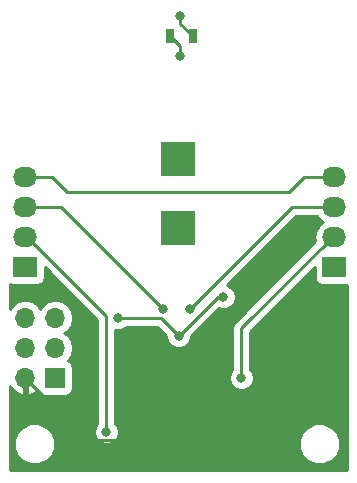
<source format=gbl>
G04 #@! TF.GenerationSoftware,KiCad,Pcbnew,(5.0.0-rc2-dev-603-g5a05135)*
G04 #@! TF.CreationDate,2018-05-01T11:36:08+02:00*
G04 #@! TF.ProjectId,chain-item,636861696E2D6974656D2E6B69636164,rev?*
G04 #@! TF.SameCoordinates,Original*
G04 #@! TF.FileFunction,Copper,L2,Bot,Signal*
G04 #@! TF.FilePolarity,Positive*
%FSLAX46Y46*%
G04 Gerber Fmt 4.6, Leading zero omitted, Abs format (unit mm)*
G04 Created by KiCad (PCBNEW (5.0.0-rc2-dev-603-g5a05135)) date Tuesday 01 May 2018 à 11:36:08*
%MOMM*%
%LPD*%
G01*
G04 APERTURE LIST*
%ADD10R,1.700000X1.700000*%
%ADD11O,1.700000X1.700000*%
%ADD12R,3.000000X3.000000*%
%ADD13R,0.700000X1.300000*%
%ADD14O,2.032000X1.727200*%
%ADD15R,2.032000X1.727200*%
%ADD16C,0.800000*%
%ADD17C,0.250000*%
%ADD18C,0.254000*%
G04 APERTURE END LIST*
D10*
X62992000Y-135636000D03*
D11*
X60452000Y-135636000D03*
X62992000Y-133096000D03*
X60452000Y-133096000D03*
X62992000Y-130556000D03*
X60452000Y-130556000D03*
D12*
X73406000Y-122936000D03*
X73406000Y-117094000D03*
D13*
X72710000Y-106680000D03*
X74610000Y-106680000D03*
D14*
X86614000Y-118618000D03*
X86614000Y-121158000D03*
X86614000Y-123698000D03*
D15*
X86614000Y-126238000D03*
X60452000Y-126238000D03*
D14*
X60452000Y-123698000D03*
X60452000Y-121158000D03*
X60452000Y-118618000D03*
D16*
X76708000Y-140716000D03*
X66040000Y-139192000D03*
X77216000Y-130302000D03*
X68834000Y-132842000D03*
X71120000Y-132080000D03*
X72136000Y-129794000D03*
X74422000Y-129794000D03*
X73436002Y-132080000D03*
X68326000Y-130556000D03*
X77216000Y-128778000D03*
X67310000Y-140208000D03*
X78740000Y-135636000D03*
X73558400Y-108356400D03*
X73558400Y-105003600D03*
D17*
X76490999Y-140933001D02*
X76708000Y-140716000D01*
X65749001Y-140933001D02*
X76490999Y-140933001D01*
X60452000Y-135636000D02*
X65749001Y-140933001D01*
X64008000Y-139192000D02*
X66040000Y-139192000D01*
X60452000Y-135636000D02*
X64008000Y-139192000D01*
X77216000Y-130302000D02*
X74422000Y-133096000D01*
X69088000Y-133096000D02*
X68834000Y-132842000D01*
X74422000Y-133096000D02*
X69088000Y-133096000D01*
X60452000Y-121158000D02*
X63500000Y-121158000D01*
X63500000Y-121158000D02*
X72136000Y-129794000D01*
X83058000Y-121158000D02*
X74422000Y-129794000D01*
X86614000Y-121158000D02*
X83058000Y-121158000D01*
X71912002Y-130556000D02*
X68326000Y-130556000D01*
X73436002Y-132080000D02*
X71912002Y-130556000D01*
X76738002Y-128778000D02*
X77216000Y-128778000D01*
X73436002Y-132080000D02*
X76738002Y-128778000D01*
X60452000Y-118618000D02*
X62738000Y-118618000D01*
X62738000Y-118618000D02*
X64008000Y-119888000D01*
X64008000Y-119888000D02*
X82804000Y-119888000D01*
X84074000Y-118618000D02*
X86614000Y-118618000D01*
X82804000Y-119888000D02*
X84074000Y-118618000D01*
X67310000Y-130403600D02*
X67310000Y-140208000D01*
X60604400Y-123698000D02*
X67310000Y-130403600D01*
X60452000Y-123698000D02*
X60604400Y-123698000D01*
X78740000Y-131419600D02*
X78740000Y-135636000D01*
X86461600Y-123698000D02*
X78740000Y-131419600D01*
X86614000Y-123698000D02*
X86461600Y-123698000D01*
X73558400Y-107528400D02*
X72710000Y-106680000D01*
X73558400Y-108356400D02*
X73558400Y-107528400D01*
X73558400Y-105628400D02*
X74610000Y-106680000D01*
X73558400Y-105003600D02*
X73558400Y-105628400D01*
D18*
G36*
X85381170Y-122238430D02*
X85664881Y-122428000D01*
X85381170Y-122617570D01*
X85049950Y-123113275D01*
X84933641Y-123698000D01*
X85008824Y-124075973D01*
X78255530Y-130829269D01*
X78192071Y-130871671D01*
X78024096Y-131123064D01*
X77980000Y-131344749D01*
X77980000Y-131344753D01*
X77965112Y-131419600D01*
X77980000Y-131494447D01*
X77980001Y-134932288D01*
X77862569Y-135049720D01*
X77705000Y-135430126D01*
X77705000Y-135841874D01*
X77862569Y-136222280D01*
X78153720Y-136513431D01*
X78534126Y-136671000D01*
X78945874Y-136671000D01*
X79326280Y-136513431D01*
X79617431Y-136222280D01*
X79775000Y-135841874D01*
X79775000Y-135430126D01*
X79617431Y-135049720D01*
X79500000Y-134932289D01*
X79500000Y-131734401D01*
X84950560Y-126283842D01*
X84950560Y-127101600D01*
X84999843Y-127349365D01*
X85140191Y-127559409D01*
X85350235Y-127699757D01*
X85598000Y-127749040D01*
X87630000Y-127749040D01*
X87710001Y-127733127D01*
X87710001Y-143430000D01*
X59155000Y-143430000D01*
X59155000Y-140878887D01*
X59479000Y-140878887D01*
X59479000Y-141569113D01*
X59743138Y-142206799D01*
X60231201Y-142694862D01*
X60868887Y-142959000D01*
X61559113Y-142959000D01*
X62196799Y-142694862D01*
X62684862Y-142206799D01*
X62949000Y-141569113D01*
X62949000Y-140878887D01*
X62684862Y-140241201D01*
X62196799Y-139753138D01*
X61559113Y-139489000D01*
X60868887Y-139489000D01*
X60231201Y-139753138D01*
X59743138Y-140241201D01*
X59479000Y-140878887D01*
X59155000Y-140878887D01*
X59155000Y-136341708D01*
X59180355Y-136402924D01*
X59570642Y-136831183D01*
X60095108Y-137077486D01*
X60325000Y-136956819D01*
X60325000Y-135763000D01*
X60305000Y-135763000D01*
X60305000Y-135509000D01*
X60325000Y-135509000D01*
X60325000Y-135489000D01*
X60579000Y-135489000D01*
X60579000Y-135509000D01*
X60599000Y-135509000D01*
X60599000Y-135763000D01*
X60579000Y-135763000D01*
X60579000Y-136956819D01*
X60808892Y-137077486D01*
X61333358Y-136831183D01*
X61522039Y-136624145D01*
X61543843Y-136733765D01*
X61684191Y-136943809D01*
X61894235Y-137084157D01*
X62142000Y-137133440D01*
X63842000Y-137133440D01*
X64089765Y-137084157D01*
X64299809Y-136943809D01*
X64440157Y-136733765D01*
X64489440Y-136486000D01*
X64489440Y-134786000D01*
X64440157Y-134538235D01*
X64299809Y-134328191D01*
X64089765Y-134187843D01*
X64044381Y-134178816D01*
X64062625Y-134166625D01*
X64390839Y-133675418D01*
X64506092Y-133096000D01*
X64390839Y-132516582D01*
X64062625Y-132025375D01*
X63764239Y-131826000D01*
X64062625Y-131626625D01*
X64390839Y-131135418D01*
X64506092Y-130556000D01*
X64390839Y-129976582D01*
X64062625Y-129485375D01*
X63571418Y-129157161D01*
X63138256Y-129071000D01*
X62845744Y-129071000D01*
X62412582Y-129157161D01*
X61921375Y-129485375D01*
X61722000Y-129783761D01*
X61522625Y-129485375D01*
X61031418Y-129157161D01*
X60598256Y-129071000D01*
X60305744Y-129071000D01*
X59872582Y-129157161D01*
X59381375Y-129485375D01*
X59155000Y-129824169D01*
X59155000Y-127677550D01*
X59188235Y-127699757D01*
X59436000Y-127749040D01*
X61468000Y-127749040D01*
X61715765Y-127699757D01*
X61925809Y-127559409D01*
X62066157Y-127349365D01*
X62115440Y-127101600D01*
X62115440Y-126283842D01*
X66550000Y-130718403D01*
X66550001Y-139504288D01*
X66432569Y-139621720D01*
X66275000Y-140002126D01*
X66275000Y-140413874D01*
X66432569Y-140794280D01*
X66723720Y-141085431D01*
X67104126Y-141243000D01*
X67515874Y-141243000D01*
X67896280Y-141085431D01*
X68102824Y-140878887D01*
X83609000Y-140878887D01*
X83609000Y-141569113D01*
X83873138Y-142206799D01*
X84361201Y-142694862D01*
X84998887Y-142959000D01*
X85689113Y-142959000D01*
X86326799Y-142694862D01*
X86814862Y-142206799D01*
X87079000Y-141569113D01*
X87079000Y-140878887D01*
X86814862Y-140241201D01*
X86326799Y-139753138D01*
X85689113Y-139489000D01*
X84998887Y-139489000D01*
X84361201Y-139753138D01*
X83873138Y-140241201D01*
X83609000Y-140878887D01*
X68102824Y-140878887D01*
X68187431Y-140794280D01*
X68345000Y-140413874D01*
X68345000Y-140002126D01*
X68187431Y-139621720D01*
X68070000Y-139504289D01*
X68070000Y-131570237D01*
X68120126Y-131591000D01*
X68531874Y-131591000D01*
X68912280Y-131433431D01*
X69029711Y-131316000D01*
X71597201Y-131316000D01*
X72401002Y-132119802D01*
X72401002Y-132285874D01*
X72558571Y-132666280D01*
X72849722Y-132957431D01*
X73230128Y-133115000D01*
X73641876Y-133115000D01*
X74022282Y-132957431D01*
X74313433Y-132666280D01*
X74471002Y-132285874D01*
X74471002Y-132119801D01*
X76845849Y-129744955D01*
X77010126Y-129813000D01*
X77421874Y-129813000D01*
X77802280Y-129655431D01*
X78093431Y-129364280D01*
X78251000Y-128983874D01*
X78251000Y-128572126D01*
X78093431Y-128191720D01*
X77802280Y-127900569D01*
X77510918Y-127779883D01*
X83372803Y-121918000D01*
X85167065Y-121918000D01*
X85381170Y-122238430D01*
X85381170Y-122238430D01*
G37*
X85381170Y-122238430D02*
X85664881Y-122428000D01*
X85381170Y-122617570D01*
X85049950Y-123113275D01*
X84933641Y-123698000D01*
X85008824Y-124075973D01*
X78255530Y-130829269D01*
X78192071Y-130871671D01*
X78024096Y-131123064D01*
X77980000Y-131344749D01*
X77980000Y-131344753D01*
X77965112Y-131419600D01*
X77980000Y-131494447D01*
X77980001Y-134932288D01*
X77862569Y-135049720D01*
X77705000Y-135430126D01*
X77705000Y-135841874D01*
X77862569Y-136222280D01*
X78153720Y-136513431D01*
X78534126Y-136671000D01*
X78945874Y-136671000D01*
X79326280Y-136513431D01*
X79617431Y-136222280D01*
X79775000Y-135841874D01*
X79775000Y-135430126D01*
X79617431Y-135049720D01*
X79500000Y-134932289D01*
X79500000Y-131734401D01*
X84950560Y-126283842D01*
X84950560Y-127101600D01*
X84999843Y-127349365D01*
X85140191Y-127559409D01*
X85350235Y-127699757D01*
X85598000Y-127749040D01*
X87630000Y-127749040D01*
X87710001Y-127733127D01*
X87710001Y-143430000D01*
X59155000Y-143430000D01*
X59155000Y-140878887D01*
X59479000Y-140878887D01*
X59479000Y-141569113D01*
X59743138Y-142206799D01*
X60231201Y-142694862D01*
X60868887Y-142959000D01*
X61559113Y-142959000D01*
X62196799Y-142694862D01*
X62684862Y-142206799D01*
X62949000Y-141569113D01*
X62949000Y-140878887D01*
X62684862Y-140241201D01*
X62196799Y-139753138D01*
X61559113Y-139489000D01*
X60868887Y-139489000D01*
X60231201Y-139753138D01*
X59743138Y-140241201D01*
X59479000Y-140878887D01*
X59155000Y-140878887D01*
X59155000Y-136341708D01*
X59180355Y-136402924D01*
X59570642Y-136831183D01*
X60095108Y-137077486D01*
X60325000Y-136956819D01*
X60325000Y-135763000D01*
X60305000Y-135763000D01*
X60305000Y-135509000D01*
X60325000Y-135509000D01*
X60325000Y-135489000D01*
X60579000Y-135489000D01*
X60579000Y-135509000D01*
X60599000Y-135509000D01*
X60599000Y-135763000D01*
X60579000Y-135763000D01*
X60579000Y-136956819D01*
X60808892Y-137077486D01*
X61333358Y-136831183D01*
X61522039Y-136624145D01*
X61543843Y-136733765D01*
X61684191Y-136943809D01*
X61894235Y-137084157D01*
X62142000Y-137133440D01*
X63842000Y-137133440D01*
X64089765Y-137084157D01*
X64299809Y-136943809D01*
X64440157Y-136733765D01*
X64489440Y-136486000D01*
X64489440Y-134786000D01*
X64440157Y-134538235D01*
X64299809Y-134328191D01*
X64089765Y-134187843D01*
X64044381Y-134178816D01*
X64062625Y-134166625D01*
X64390839Y-133675418D01*
X64506092Y-133096000D01*
X64390839Y-132516582D01*
X64062625Y-132025375D01*
X63764239Y-131826000D01*
X64062625Y-131626625D01*
X64390839Y-131135418D01*
X64506092Y-130556000D01*
X64390839Y-129976582D01*
X64062625Y-129485375D01*
X63571418Y-129157161D01*
X63138256Y-129071000D01*
X62845744Y-129071000D01*
X62412582Y-129157161D01*
X61921375Y-129485375D01*
X61722000Y-129783761D01*
X61522625Y-129485375D01*
X61031418Y-129157161D01*
X60598256Y-129071000D01*
X60305744Y-129071000D01*
X59872582Y-129157161D01*
X59381375Y-129485375D01*
X59155000Y-129824169D01*
X59155000Y-127677550D01*
X59188235Y-127699757D01*
X59436000Y-127749040D01*
X61468000Y-127749040D01*
X61715765Y-127699757D01*
X61925809Y-127559409D01*
X62066157Y-127349365D01*
X62115440Y-127101600D01*
X62115440Y-126283842D01*
X66550000Y-130718403D01*
X66550001Y-139504288D01*
X66432569Y-139621720D01*
X66275000Y-140002126D01*
X66275000Y-140413874D01*
X66432569Y-140794280D01*
X66723720Y-141085431D01*
X67104126Y-141243000D01*
X67515874Y-141243000D01*
X67896280Y-141085431D01*
X68102824Y-140878887D01*
X83609000Y-140878887D01*
X83609000Y-141569113D01*
X83873138Y-142206799D01*
X84361201Y-142694862D01*
X84998887Y-142959000D01*
X85689113Y-142959000D01*
X86326799Y-142694862D01*
X86814862Y-142206799D01*
X87079000Y-141569113D01*
X87079000Y-140878887D01*
X86814862Y-140241201D01*
X86326799Y-139753138D01*
X85689113Y-139489000D01*
X84998887Y-139489000D01*
X84361201Y-139753138D01*
X83873138Y-140241201D01*
X83609000Y-140878887D01*
X68102824Y-140878887D01*
X68187431Y-140794280D01*
X68345000Y-140413874D01*
X68345000Y-140002126D01*
X68187431Y-139621720D01*
X68070000Y-139504289D01*
X68070000Y-131570237D01*
X68120126Y-131591000D01*
X68531874Y-131591000D01*
X68912280Y-131433431D01*
X69029711Y-131316000D01*
X71597201Y-131316000D01*
X72401002Y-132119802D01*
X72401002Y-132285874D01*
X72558571Y-132666280D01*
X72849722Y-132957431D01*
X73230128Y-133115000D01*
X73641876Y-133115000D01*
X74022282Y-132957431D01*
X74313433Y-132666280D01*
X74471002Y-132285874D01*
X74471002Y-132119801D01*
X76845849Y-129744955D01*
X77010126Y-129813000D01*
X77421874Y-129813000D01*
X77802280Y-129655431D01*
X78093431Y-129364280D01*
X78251000Y-128983874D01*
X78251000Y-128572126D01*
X78093431Y-128191720D01*
X77802280Y-127900569D01*
X77510918Y-127779883D01*
X83372803Y-121918000D01*
X85167065Y-121918000D01*
X85381170Y-122238430D01*
M02*

</source>
